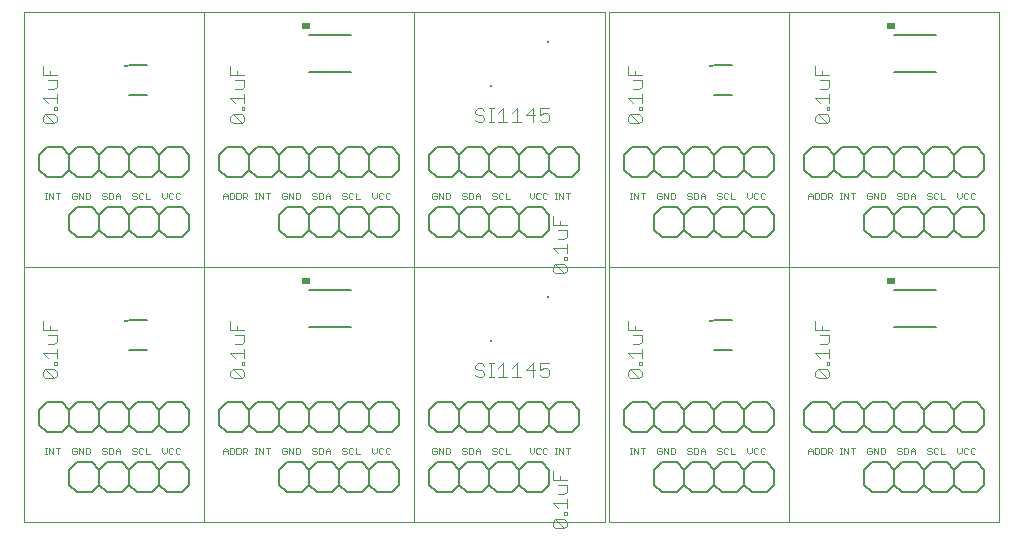
<source format=gto>
G75*
%MOIN*%
%OFA0B0*%
%FSLAX24Y24*%
%IPPOS*%
%LPD*%
%AMOC8*
5,1,8,0,0,1.08239X$1,22.5*
%
%ADD10C,0.0000*%
%ADD11C,0.0020*%
%ADD12C,0.0040*%
%ADD13R,0.0077X0.0077*%
%ADD14C,0.0060*%
%ADD15R,0.0150X0.0100*%
%ADD16C,0.0050*%
%ADD17R,0.0250X0.0200*%
%ADD18R,0.0079X0.0079*%
D10*
X000100Y000248D02*
X000100Y008744D01*
X000100Y008748D02*
X000100Y017244D01*
X000100Y017248D02*
X006100Y017248D01*
X013100Y017248D01*
X019470Y017248D01*
X019470Y017244D02*
X019470Y008748D01*
X013100Y008748D01*
X013100Y017248D01*
X019600Y017248D02*
X025600Y017248D01*
X032600Y017248D01*
X032600Y008748D01*
X025600Y008748D01*
X025600Y017248D01*
X019600Y017244D02*
X019600Y008748D01*
X025600Y008748D01*
X032600Y008748D01*
X032600Y000248D01*
X025600Y000248D01*
X025600Y008748D01*
X019600Y008748D01*
X019600Y008744D02*
X019600Y000248D01*
X025600Y000248D01*
X019470Y000248D02*
X019470Y008744D01*
X019470Y008748D02*
X013100Y008748D01*
X006100Y008748D01*
X006100Y017248D01*
X006100Y008748D02*
X000100Y008748D01*
X006100Y008748D01*
X013100Y008748D01*
X013100Y000248D01*
X019470Y000248D01*
X013100Y000248D02*
X006100Y000248D01*
X006100Y008748D01*
X006100Y000248D02*
X000100Y000248D01*
D11*
X000771Y002518D02*
X000844Y002518D01*
X000807Y002518D02*
X000807Y002738D01*
X000771Y002738D02*
X000844Y002738D01*
X000918Y002738D02*
X001065Y002518D01*
X001065Y002738D01*
X001139Y002738D02*
X001286Y002738D01*
X001212Y002738D02*
X001212Y002518D01*
X000918Y002518D02*
X000918Y002738D01*
X001697Y002701D02*
X001697Y002554D01*
X001734Y002518D01*
X001807Y002518D01*
X001844Y002554D01*
X001844Y002628D01*
X001770Y002628D01*
X001697Y002701D02*
X001734Y002738D01*
X001807Y002738D01*
X001844Y002701D01*
X001918Y002738D02*
X002065Y002518D01*
X002065Y002738D01*
X002139Y002738D02*
X002249Y002738D01*
X002286Y002701D01*
X002286Y002554D01*
X002249Y002518D01*
X002139Y002518D01*
X002139Y002738D01*
X001918Y002738D02*
X001918Y002518D01*
X002697Y002554D02*
X002734Y002518D01*
X002807Y002518D01*
X002844Y002554D01*
X002844Y002591D01*
X002807Y002628D01*
X002734Y002628D01*
X002697Y002664D01*
X002697Y002701D01*
X002734Y002738D01*
X002807Y002738D01*
X002844Y002701D01*
X002918Y002738D02*
X003028Y002738D01*
X003065Y002701D01*
X003065Y002554D01*
X003028Y002518D01*
X002918Y002518D01*
X002918Y002738D01*
X003139Y002664D02*
X003139Y002518D01*
X003139Y002628D02*
X003286Y002628D01*
X003286Y002664D02*
X003286Y002518D01*
X003286Y002664D02*
X003212Y002738D01*
X003139Y002664D01*
X003697Y002664D02*
X003734Y002628D01*
X003807Y002628D01*
X003844Y002591D01*
X003844Y002554D01*
X003807Y002518D01*
X003734Y002518D01*
X003697Y002554D01*
X003697Y002664D02*
X003697Y002701D01*
X003734Y002738D01*
X003807Y002738D01*
X003844Y002701D01*
X003918Y002701D02*
X003918Y002554D01*
X003955Y002518D01*
X004028Y002518D01*
X004065Y002554D01*
X004139Y002518D02*
X004286Y002518D01*
X004139Y002518D02*
X004139Y002738D01*
X004065Y002701D02*
X004028Y002738D01*
X003955Y002738D01*
X003918Y002701D01*
X004697Y002738D02*
X004697Y002591D01*
X004770Y002518D01*
X004844Y002591D01*
X004844Y002738D01*
X004918Y002701D02*
X004918Y002554D01*
X004955Y002518D01*
X005028Y002518D01*
X005065Y002554D01*
X005139Y002554D02*
X005176Y002518D01*
X005249Y002518D01*
X005286Y002554D01*
X005139Y002554D02*
X005139Y002701D01*
X005176Y002738D01*
X005249Y002738D01*
X005286Y002701D01*
X005065Y002701D02*
X005028Y002738D01*
X004955Y002738D01*
X004918Y002701D01*
X006726Y002664D02*
X006726Y002518D01*
X006726Y002628D02*
X006873Y002628D01*
X006873Y002664D02*
X006873Y002518D01*
X006947Y002518D02*
X007057Y002518D01*
X007094Y002554D01*
X007094Y002701D01*
X007057Y002738D01*
X006947Y002738D01*
X006947Y002518D01*
X006873Y002664D02*
X006799Y002738D01*
X006726Y002664D01*
X007168Y002738D02*
X007168Y002518D01*
X007278Y002518D01*
X007315Y002554D01*
X007315Y002701D01*
X007278Y002738D01*
X007168Y002738D01*
X007389Y002738D02*
X007389Y002518D01*
X007389Y002591D02*
X007499Y002591D01*
X007536Y002628D01*
X007536Y002701D01*
X007499Y002738D01*
X007389Y002738D01*
X007462Y002591D02*
X007536Y002518D01*
X007771Y002518D02*
X007844Y002518D01*
X007807Y002518D02*
X007807Y002738D01*
X007771Y002738D02*
X007844Y002738D01*
X007918Y002738D02*
X008065Y002518D01*
X008065Y002738D01*
X008139Y002738D02*
X008286Y002738D01*
X008212Y002738D02*
X008212Y002518D01*
X007918Y002518D02*
X007918Y002738D01*
X008697Y002701D02*
X008697Y002554D01*
X008734Y002518D01*
X008807Y002518D01*
X008844Y002554D01*
X008844Y002628D01*
X008770Y002628D01*
X008697Y002701D02*
X008734Y002738D01*
X008807Y002738D01*
X008844Y002701D01*
X008918Y002738D02*
X009065Y002518D01*
X009065Y002738D01*
X009139Y002738D02*
X009249Y002738D01*
X009286Y002701D01*
X009286Y002554D01*
X009249Y002518D01*
X009139Y002518D01*
X009139Y002738D01*
X008918Y002738D02*
X008918Y002518D01*
X009697Y002554D02*
X009734Y002518D01*
X009807Y002518D01*
X009844Y002554D01*
X009844Y002591D01*
X009807Y002628D01*
X009734Y002628D01*
X009697Y002664D01*
X009697Y002701D01*
X009734Y002738D01*
X009807Y002738D01*
X009844Y002701D01*
X009918Y002738D02*
X010028Y002738D01*
X010065Y002701D01*
X010065Y002554D01*
X010028Y002518D01*
X009918Y002518D01*
X009918Y002738D01*
X010139Y002664D02*
X010139Y002518D01*
X010139Y002628D02*
X010286Y002628D01*
X010286Y002664D02*
X010286Y002518D01*
X010286Y002664D02*
X010212Y002738D01*
X010139Y002664D01*
X010697Y002664D02*
X010734Y002628D01*
X010807Y002628D01*
X010844Y002591D01*
X010844Y002554D01*
X010807Y002518D01*
X010734Y002518D01*
X010697Y002554D01*
X010697Y002664D02*
X010697Y002701D01*
X010734Y002738D01*
X010807Y002738D01*
X010844Y002701D01*
X010918Y002701D02*
X010918Y002554D01*
X010955Y002518D01*
X011028Y002518D01*
X011065Y002554D01*
X011139Y002518D02*
X011139Y002738D01*
X011065Y002701D02*
X011028Y002738D01*
X010955Y002738D01*
X010918Y002701D01*
X011139Y002518D02*
X011286Y002518D01*
X011697Y002591D02*
X011697Y002738D01*
X011844Y002738D02*
X011844Y002591D01*
X011770Y002518D01*
X011697Y002591D01*
X011918Y002554D02*
X011918Y002701D01*
X011955Y002738D01*
X012028Y002738D01*
X012065Y002701D01*
X012139Y002701D02*
X012139Y002554D01*
X012176Y002518D01*
X012249Y002518D01*
X012286Y002554D01*
X012286Y002701D02*
X012249Y002738D01*
X012176Y002738D01*
X012139Y002701D01*
X012065Y002554D02*
X012028Y002518D01*
X011955Y002518D01*
X011918Y002554D01*
X013697Y002554D02*
X013734Y002518D01*
X013807Y002518D01*
X013844Y002554D01*
X013844Y002628D01*
X013770Y002628D01*
X013697Y002701D02*
X013697Y002554D01*
X013697Y002701D02*
X013734Y002738D01*
X013807Y002738D01*
X013844Y002701D01*
X013918Y002738D02*
X014065Y002518D01*
X014065Y002738D01*
X014139Y002738D02*
X014249Y002738D01*
X014286Y002701D01*
X014286Y002554D01*
X014249Y002518D01*
X014139Y002518D01*
X014139Y002738D01*
X013918Y002738D02*
X013918Y002518D01*
X014697Y002554D02*
X014734Y002518D01*
X014807Y002518D01*
X014844Y002554D01*
X014844Y002591D01*
X014807Y002628D01*
X014734Y002628D01*
X014697Y002664D01*
X014697Y002701D01*
X014734Y002738D01*
X014807Y002738D01*
X014844Y002701D01*
X014918Y002738D02*
X015028Y002738D01*
X015065Y002701D01*
X015065Y002554D01*
X015028Y002518D01*
X014918Y002518D01*
X014918Y002738D01*
X015139Y002664D02*
X015139Y002518D01*
X015139Y002628D02*
X015286Y002628D01*
X015286Y002664D02*
X015286Y002518D01*
X015286Y002664D02*
X015212Y002738D01*
X015139Y002664D01*
X015697Y002664D02*
X015734Y002628D01*
X015807Y002628D01*
X015844Y002591D01*
X015844Y002554D01*
X015807Y002518D01*
X015734Y002518D01*
X015697Y002554D01*
X015697Y002664D02*
X015697Y002701D01*
X015734Y002738D01*
X015807Y002738D01*
X015844Y002701D01*
X015918Y002701D02*
X015918Y002554D01*
X015955Y002518D01*
X016028Y002518D01*
X016065Y002554D01*
X016139Y002518D02*
X016286Y002518D01*
X016139Y002518D02*
X016139Y002738D01*
X016065Y002701D02*
X016028Y002738D01*
X015955Y002738D01*
X015918Y002701D01*
X016947Y002738D02*
X016947Y002591D01*
X017020Y002518D01*
X017094Y002591D01*
X017094Y002738D01*
X017168Y002701D02*
X017168Y002554D01*
X017205Y002518D01*
X017278Y002518D01*
X017315Y002554D01*
X017389Y002554D02*
X017389Y002701D01*
X017426Y002738D01*
X017499Y002738D01*
X017536Y002701D01*
X017536Y002554D02*
X017499Y002518D01*
X017426Y002518D01*
X017389Y002554D01*
X017315Y002701D02*
X017278Y002738D01*
X017205Y002738D01*
X017168Y002701D01*
X017771Y002738D02*
X017844Y002738D01*
X017807Y002738D02*
X017807Y002518D01*
X017771Y002518D02*
X017844Y002518D01*
X017918Y002518D02*
X017918Y002738D01*
X018065Y002518D01*
X018065Y002738D01*
X018139Y002738D02*
X018286Y002738D01*
X018212Y002738D02*
X018212Y002518D01*
X020271Y002518D02*
X020344Y002518D01*
X020307Y002518D02*
X020307Y002738D01*
X020271Y002738D02*
X020344Y002738D01*
X020418Y002738D02*
X020565Y002518D01*
X020565Y002738D01*
X020639Y002738D02*
X020786Y002738D01*
X020712Y002738D02*
X020712Y002518D01*
X020418Y002518D02*
X020418Y002738D01*
X021197Y002701D02*
X021197Y002554D01*
X021234Y002518D01*
X021307Y002518D01*
X021344Y002554D01*
X021344Y002628D01*
X021270Y002628D01*
X021197Y002701D02*
X021234Y002738D01*
X021307Y002738D01*
X021344Y002701D01*
X021418Y002738D02*
X021565Y002518D01*
X021565Y002738D01*
X021639Y002738D02*
X021639Y002518D01*
X021749Y002518D01*
X021786Y002554D01*
X021786Y002701D01*
X021749Y002738D01*
X021639Y002738D01*
X021418Y002738D02*
X021418Y002518D01*
X022197Y002554D02*
X022234Y002518D01*
X022307Y002518D01*
X022344Y002554D01*
X022344Y002591D01*
X022307Y002628D01*
X022234Y002628D01*
X022197Y002664D01*
X022197Y002701D01*
X022234Y002738D01*
X022307Y002738D01*
X022344Y002701D01*
X022418Y002738D02*
X022528Y002738D01*
X022565Y002701D01*
X022565Y002554D01*
X022528Y002518D01*
X022418Y002518D01*
X022418Y002738D01*
X022639Y002664D02*
X022639Y002518D01*
X022639Y002628D02*
X022786Y002628D01*
X022786Y002664D02*
X022786Y002518D01*
X022786Y002664D02*
X022712Y002738D01*
X022639Y002664D01*
X023197Y002664D02*
X023234Y002628D01*
X023307Y002628D01*
X023344Y002591D01*
X023344Y002554D01*
X023307Y002518D01*
X023234Y002518D01*
X023197Y002554D01*
X023197Y002664D02*
X023197Y002701D01*
X023234Y002738D01*
X023307Y002738D01*
X023344Y002701D01*
X023418Y002701D02*
X023418Y002554D01*
X023455Y002518D01*
X023528Y002518D01*
X023565Y002554D01*
X023639Y002518D02*
X023786Y002518D01*
X023639Y002518D02*
X023639Y002738D01*
X023565Y002701D02*
X023528Y002738D01*
X023455Y002738D01*
X023418Y002701D01*
X024197Y002738D02*
X024197Y002591D01*
X024270Y002518D01*
X024344Y002591D01*
X024344Y002738D01*
X024418Y002701D02*
X024418Y002554D01*
X024455Y002518D01*
X024528Y002518D01*
X024565Y002554D01*
X024639Y002554D02*
X024676Y002518D01*
X024749Y002518D01*
X024786Y002554D01*
X024639Y002554D02*
X024639Y002701D01*
X024676Y002738D01*
X024749Y002738D01*
X024786Y002701D01*
X024565Y002701D02*
X024528Y002738D01*
X024455Y002738D01*
X024418Y002701D01*
X026226Y002664D02*
X026226Y002518D01*
X026226Y002628D02*
X026373Y002628D01*
X026373Y002664D02*
X026373Y002518D01*
X026447Y002518D02*
X026557Y002518D01*
X026594Y002554D01*
X026594Y002701D01*
X026557Y002738D01*
X026447Y002738D01*
X026447Y002518D01*
X026373Y002664D02*
X026299Y002738D01*
X026226Y002664D01*
X026668Y002738D02*
X026668Y002518D01*
X026778Y002518D01*
X026815Y002554D01*
X026815Y002701D01*
X026778Y002738D01*
X026668Y002738D01*
X026889Y002738D02*
X026889Y002518D01*
X026889Y002591D02*
X026999Y002591D01*
X027036Y002628D01*
X027036Y002701D01*
X026999Y002738D01*
X026889Y002738D01*
X026962Y002591D02*
X027036Y002518D01*
X027271Y002518D02*
X027344Y002518D01*
X027307Y002518D02*
X027307Y002738D01*
X027271Y002738D02*
X027344Y002738D01*
X027418Y002738D02*
X027565Y002518D01*
X027565Y002738D01*
X027639Y002738D02*
X027786Y002738D01*
X027712Y002738D02*
X027712Y002518D01*
X027418Y002518D02*
X027418Y002738D01*
X028197Y002701D02*
X028197Y002554D01*
X028234Y002518D01*
X028307Y002518D01*
X028344Y002554D01*
X028344Y002628D01*
X028270Y002628D01*
X028197Y002701D02*
X028234Y002738D01*
X028307Y002738D01*
X028344Y002701D01*
X028418Y002738D02*
X028565Y002518D01*
X028565Y002738D01*
X028639Y002738D02*
X028749Y002738D01*
X028786Y002701D01*
X028786Y002554D01*
X028749Y002518D01*
X028639Y002518D01*
X028639Y002738D01*
X028418Y002738D02*
X028418Y002518D01*
X029197Y002554D02*
X029234Y002518D01*
X029307Y002518D01*
X029344Y002554D01*
X029344Y002591D01*
X029307Y002628D01*
X029234Y002628D01*
X029197Y002664D01*
X029197Y002701D01*
X029234Y002738D01*
X029307Y002738D01*
X029344Y002701D01*
X029418Y002738D02*
X029528Y002738D01*
X029565Y002701D01*
X029565Y002554D01*
X029528Y002518D01*
X029418Y002518D01*
X029418Y002738D01*
X029639Y002664D02*
X029639Y002518D01*
X029639Y002628D02*
X029786Y002628D01*
X029786Y002664D02*
X029786Y002518D01*
X029786Y002664D02*
X029712Y002738D01*
X029639Y002664D01*
X030197Y002664D02*
X030234Y002628D01*
X030307Y002628D01*
X030344Y002591D01*
X030344Y002554D01*
X030307Y002518D01*
X030234Y002518D01*
X030197Y002554D01*
X030197Y002664D02*
X030197Y002701D01*
X030234Y002738D01*
X030307Y002738D01*
X030344Y002701D01*
X030418Y002701D02*
X030418Y002554D01*
X030455Y002518D01*
X030528Y002518D01*
X030565Y002554D01*
X030639Y002518D02*
X030786Y002518D01*
X030639Y002518D02*
X030639Y002738D01*
X030565Y002701D02*
X030528Y002738D01*
X030455Y002738D01*
X030418Y002701D01*
X031197Y002738D02*
X031197Y002591D01*
X031270Y002518D01*
X031344Y002591D01*
X031344Y002738D01*
X031418Y002701D02*
X031418Y002554D01*
X031455Y002518D01*
X031528Y002518D01*
X031565Y002554D01*
X031639Y002554D02*
X031676Y002518D01*
X031749Y002518D01*
X031786Y002554D01*
X031639Y002554D02*
X031639Y002701D01*
X031676Y002738D01*
X031749Y002738D01*
X031786Y002701D01*
X031565Y002701D02*
X031528Y002738D01*
X031455Y002738D01*
X031418Y002701D01*
X031455Y011018D02*
X031528Y011018D01*
X031565Y011054D01*
X031639Y011054D02*
X031676Y011018D01*
X031749Y011018D01*
X031786Y011054D01*
X031639Y011054D02*
X031639Y011201D01*
X031676Y011238D01*
X031749Y011238D01*
X031786Y011201D01*
X031565Y011201D02*
X031528Y011238D01*
X031455Y011238D01*
X031418Y011201D01*
X031418Y011054D01*
X031455Y011018D01*
X031344Y011091D02*
X031344Y011238D01*
X031197Y011238D02*
X031197Y011091D01*
X031270Y011018D01*
X031344Y011091D01*
X030786Y011018D02*
X030639Y011018D01*
X030639Y011238D01*
X030565Y011201D02*
X030528Y011238D01*
X030455Y011238D01*
X030418Y011201D01*
X030418Y011054D01*
X030455Y011018D01*
X030528Y011018D01*
X030565Y011054D01*
X030344Y011054D02*
X030307Y011018D01*
X030234Y011018D01*
X030197Y011054D01*
X030234Y011128D02*
X030307Y011128D01*
X030344Y011091D01*
X030344Y011054D01*
X030234Y011128D02*
X030197Y011164D01*
X030197Y011201D01*
X030234Y011238D01*
X030307Y011238D01*
X030344Y011201D01*
X029786Y011164D02*
X029786Y011018D01*
X029786Y011128D02*
X029639Y011128D01*
X029639Y011164D02*
X029712Y011238D01*
X029786Y011164D01*
X029639Y011164D02*
X029639Y011018D01*
X029565Y011054D02*
X029565Y011201D01*
X029528Y011238D01*
X029418Y011238D01*
X029418Y011018D01*
X029528Y011018D01*
X029565Y011054D01*
X029344Y011054D02*
X029307Y011018D01*
X029234Y011018D01*
X029197Y011054D01*
X029234Y011128D02*
X029307Y011128D01*
X029344Y011091D01*
X029344Y011054D01*
X029234Y011128D02*
X029197Y011164D01*
X029197Y011201D01*
X029234Y011238D01*
X029307Y011238D01*
X029344Y011201D01*
X028786Y011201D02*
X028786Y011054D01*
X028749Y011018D01*
X028639Y011018D01*
X028639Y011238D01*
X028749Y011238D01*
X028786Y011201D01*
X028565Y011238D02*
X028565Y011018D01*
X028418Y011238D01*
X028418Y011018D01*
X028344Y011054D02*
X028344Y011128D01*
X028270Y011128D01*
X028197Y011201D02*
X028197Y011054D01*
X028234Y011018D01*
X028307Y011018D01*
X028344Y011054D01*
X028344Y011201D02*
X028307Y011238D01*
X028234Y011238D01*
X028197Y011201D01*
X027786Y011238D02*
X027639Y011238D01*
X027712Y011238D02*
X027712Y011018D01*
X027565Y011018D02*
X027565Y011238D01*
X027418Y011238D02*
X027418Y011018D01*
X027344Y011018D02*
X027271Y011018D01*
X027307Y011018D02*
X027307Y011238D01*
X027271Y011238D02*
X027344Y011238D01*
X027418Y011238D02*
X027565Y011018D01*
X027036Y011018D02*
X026962Y011091D01*
X026999Y011091D02*
X026889Y011091D01*
X026889Y011018D02*
X026889Y011238D01*
X026999Y011238D01*
X027036Y011201D01*
X027036Y011128D01*
X026999Y011091D01*
X026815Y011054D02*
X026815Y011201D01*
X026778Y011238D01*
X026668Y011238D01*
X026668Y011018D01*
X026778Y011018D01*
X026815Y011054D01*
X026594Y011054D02*
X026594Y011201D01*
X026557Y011238D01*
X026447Y011238D01*
X026447Y011018D01*
X026557Y011018D01*
X026594Y011054D01*
X026373Y011018D02*
X026373Y011164D01*
X026299Y011238D01*
X026226Y011164D01*
X026226Y011018D01*
X026226Y011128D02*
X026373Y011128D01*
X024786Y011201D02*
X024749Y011238D01*
X024676Y011238D01*
X024639Y011201D01*
X024639Y011054D01*
X024676Y011018D01*
X024749Y011018D01*
X024786Y011054D01*
X024565Y011054D02*
X024528Y011018D01*
X024455Y011018D01*
X024418Y011054D01*
X024418Y011201D01*
X024455Y011238D01*
X024528Y011238D01*
X024565Y011201D01*
X024344Y011238D02*
X024344Y011091D01*
X024270Y011018D01*
X024197Y011091D01*
X024197Y011238D01*
X023786Y011018D02*
X023639Y011018D01*
X023639Y011238D01*
X023565Y011201D02*
X023528Y011238D01*
X023455Y011238D01*
X023418Y011201D01*
X023418Y011054D01*
X023455Y011018D01*
X023528Y011018D01*
X023565Y011054D01*
X023344Y011054D02*
X023307Y011018D01*
X023234Y011018D01*
X023197Y011054D01*
X023234Y011128D02*
X023197Y011164D01*
X023197Y011201D01*
X023234Y011238D01*
X023307Y011238D01*
X023344Y011201D01*
X023307Y011128D02*
X023344Y011091D01*
X023344Y011054D01*
X023307Y011128D02*
X023234Y011128D01*
X022786Y011128D02*
X022639Y011128D01*
X022639Y011164D02*
X022712Y011238D01*
X022786Y011164D01*
X022786Y011018D01*
X022639Y011018D02*
X022639Y011164D01*
X022565Y011201D02*
X022528Y011238D01*
X022418Y011238D01*
X022418Y011018D01*
X022528Y011018D01*
X022565Y011054D01*
X022565Y011201D01*
X022344Y011201D02*
X022307Y011238D01*
X022234Y011238D01*
X022197Y011201D01*
X022197Y011164D01*
X022234Y011128D01*
X022307Y011128D01*
X022344Y011091D01*
X022344Y011054D01*
X022307Y011018D01*
X022234Y011018D01*
X022197Y011054D01*
X021786Y011054D02*
X021786Y011201D01*
X021749Y011238D01*
X021639Y011238D01*
X021639Y011018D01*
X021749Y011018D01*
X021786Y011054D01*
X021565Y011018D02*
X021565Y011238D01*
X021418Y011238D02*
X021565Y011018D01*
X021418Y011018D02*
X021418Y011238D01*
X021344Y011201D02*
X021307Y011238D01*
X021234Y011238D01*
X021197Y011201D01*
X021197Y011054D01*
X021234Y011018D01*
X021307Y011018D01*
X021344Y011054D01*
X021344Y011128D01*
X021270Y011128D01*
X020786Y011238D02*
X020639Y011238D01*
X020712Y011238D02*
X020712Y011018D01*
X020565Y011018D02*
X020565Y011238D01*
X020418Y011238D02*
X020565Y011018D01*
X020418Y011018D02*
X020418Y011238D01*
X020344Y011238D02*
X020271Y011238D01*
X020307Y011238D02*
X020307Y011018D01*
X020271Y011018D02*
X020344Y011018D01*
X018286Y011238D02*
X018139Y011238D01*
X018212Y011238D02*
X018212Y011018D01*
X018065Y011018D02*
X018065Y011238D01*
X017918Y011238D02*
X017918Y011018D01*
X017844Y011018D02*
X017771Y011018D01*
X017807Y011018D02*
X017807Y011238D01*
X017771Y011238D02*
X017844Y011238D01*
X017918Y011238D02*
X018065Y011018D01*
X017536Y011054D02*
X017499Y011018D01*
X017426Y011018D01*
X017389Y011054D01*
X017389Y011201D01*
X017426Y011238D01*
X017499Y011238D01*
X017536Y011201D01*
X017315Y011201D02*
X017278Y011238D01*
X017205Y011238D01*
X017168Y011201D01*
X017168Y011054D01*
X017205Y011018D01*
X017278Y011018D01*
X017315Y011054D01*
X017094Y011091D02*
X017094Y011238D01*
X016947Y011238D02*
X016947Y011091D01*
X017020Y011018D01*
X017094Y011091D01*
X016286Y011018D02*
X016139Y011018D01*
X016139Y011238D01*
X016065Y011201D02*
X016028Y011238D01*
X015955Y011238D01*
X015918Y011201D01*
X015918Y011054D01*
X015955Y011018D01*
X016028Y011018D01*
X016065Y011054D01*
X015844Y011054D02*
X015807Y011018D01*
X015734Y011018D01*
X015697Y011054D01*
X015734Y011128D02*
X015807Y011128D01*
X015844Y011091D01*
X015844Y011054D01*
X015734Y011128D02*
X015697Y011164D01*
X015697Y011201D01*
X015734Y011238D01*
X015807Y011238D01*
X015844Y011201D01*
X015286Y011164D02*
X015286Y011018D01*
X015286Y011128D02*
X015139Y011128D01*
X015139Y011164D02*
X015212Y011238D01*
X015286Y011164D01*
X015139Y011164D02*
X015139Y011018D01*
X015065Y011054D02*
X015065Y011201D01*
X015028Y011238D01*
X014918Y011238D01*
X014918Y011018D01*
X015028Y011018D01*
X015065Y011054D01*
X014844Y011054D02*
X014807Y011018D01*
X014734Y011018D01*
X014697Y011054D01*
X014734Y011128D02*
X014697Y011164D01*
X014697Y011201D01*
X014734Y011238D01*
X014807Y011238D01*
X014844Y011201D01*
X014807Y011128D02*
X014844Y011091D01*
X014844Y011054D01*
X014807Y011128D02*
X014734Y011128D01*
X014286Y011201D02*
X014286Y011054D01*
X014249Y011018D01*
X014139Y011018D01*
X014139Y011238D01*
X014249Y011238D01*
X014286Y011201D01*
X014065Y011238D02*
X014065Y011018D01*
X013918Y011238D01*
X013918Y011018D01*
X013844Y011054D02*
X013844Y011128D01*
X013770Y011128D01*
X013697Y011201D02*
X013697Y011054D01*
X013734Y011018D01*
X013807Y011018D01*
X013844Y011054D01*
X013844Y011201D02*
X013807Y011238D01*
X013734Y011238D01*
X013697Y011201D01*
X012286Y011201D02*
X012249Y011238D01*
X012176Y011238D01*
X012139Y011201D01*
X012139Y011054D01*
X012176Y011018D01*
X012249Y011018D01*
X012286Y011054D01*
X012065Y011054D02*
X012028Y011018D01*
X011955Y011018D01*
X011918Y011054D01*
X011918Y011201D01*
X011955Y011238D01*
X012028Y011238D01*
X012065Y011201D01*
X011844Y011238D02*
X011844Y011091D01*
X011770Y011018D01*
X011697Y011091D01*
X011697Y011238D01*
X011286Y011018D02*
X011139Y011018D01*
X011139Y011238D01*
X011065Y011201D02*
X011028Y011238D01*
X010955Y011238D01*
X010918Y011201D01*
X010918Y011054D01*
X010955Y011018D01*
X011028Y011018D01*
X011065Y011054D01*
X010844Y011054D02*
X010807Y011018D01*
X010734Y011018D01*
X010697Y011054D01*
X010734Y011128D02*
X010807Y011128D01*
X010844Y011091D01*
X010844Y011054D01*
X010734Y011128D02*
X010697Y011164D01*
X010697Y011201D01*
X010734Y011238D01*
X010807Y011238D01*
X010844Y011201D01*
X010286Y011164D02*
X010286Y011018D01*
X010286Y011128D02*
X010139Y011128D01*
X010139Y011164D02*
X010212Y011238D01*
X010286Y011164D01*
X010139Y011164D02*
X010139Y011018D01*
X010065Y011054D02*
X010065Y011201D01*
X010028Y011238D01*
X009918Y011238D01*
X009918Y011018D01*
X010028Y011018D01*
X010065Y011054D01*
X009844Y011054D02*
X009807Y011018D01*
X009734Y011018D01*
X009697Y011054D01*
X009734Y011128D02*
X009807Y011128D01*
X009844Y011091D01*
X009844Y011054D01*
X009734Y011128D02*
X009697Y011164D01*
X009697Y011201D01*
X009734Y011238D01*
X009807Y011238D01*
X009844Y011201D01*
X009286Y011201D02*
X009286Y011054D01*
X009249Y011018D01*
X009139Y011018D01*
X009139Y011238D01*
X009249Y011238D01*
X009286Y011201D01*
X009065Y011238D02*
X009065Y011018D01*
X008918Y011238D01*
X008918Y011018D01*
X008844Y011054D02*
X008844Y011128D01*
X008770Y011128D01*
X008697Y011201D02*
X008697Y011054D01*
X008734Y011018D01*
X008807Y011018D01*
X008844Y011054D01*
X008844Y011201D02*
X008807Y011238D01*
X008734Y011238D01*
X008697Y011201D01*
X008286Y011238D02*
X008139Y011238D01*
X008212Y011238D02*
X008212Y011018D01*
X008065Y011018D02*
X008065Y011238D01*
X007918Y011238D02*
X008065Y011018D01*
X007918Y011018D02*
X007918Y011238D01*
X007844Y011238D02*
X007771Y011238D01*
X007807Y011238D02*
X007807Y011018D01*
X007771Y011018D02*
X007844Y011018D01*
X007536Y011018D02*
X007462Y011091D01*
X007499Y011091D02*
X007389Y011091D01*
X007389Y011018D02*
X007389Y011238D01*
X007499Y011238D01*
X007536Y011201D01*
X007536Y011128D01*
X007499Y011091D01*
X007315Y011054D02*
X007315Y011201D01*
X007278Y011238D01*
X007168Y011238D01*
X007168Y011018D01*
X007278Y011018D01*
X007315Y011054D01*
X007094Y011054D02*
X007094Y011201D01*
X007057Y011238D01*
X006947Y011238D01*
X006947Y011018D01*
X007057Y011018D01*
X007094Y011054D01*
X006873Y011018D02*
X006873Y011164D01*
X006799Y011238D01*
X006726Y011164D01*
X006726Y011018D01*
X006726Y011128D02*
X006873Y011128D01*
X005286Y011201D02*
X005249Y011238D01*
X005176Y011238D01*
X005139Y011201D01*
X005139Y011054D01*
X005176Y011018D01*
X005249Y011018D01*
X005286Y011054D01*
X005065Y011054D02*
X005028Y011018D01*
X004955Y011018D01*
X004918Y011054D01*
X004918Y011201D01*
X004955Y011238D01*
X005028Y011238D01*
X005065Y011201D01*
X004844Y011238D02*
X004844Y011091D01*
X004770Y011018D01*
X004697Y011091D01*
X004697Y011238D01*
X004286Y011018D02*
X004139Y011018D01*
X004139Y011238D01*
X004065Y011201D02*
X004028Y011238D01*
X003955Y011238D01*
X003918Y011201D01*
X003918Y011054D01*
X003955Y011018D01*
X004028Y011018D01*
X004065Y011054D01*
X003844Y011054D02*
X003807Y011018D01*
X003734Y011018D01*
X003697Y011054D01*
X003734Y011128D02*
X003807Y011128D01*
X003844Y011091D01*
X003844Y011054D01*
X003734Y011128D02*
X003697Y011164D01*
X003697Y011201D01*
X003734Y011238D01*
X003807Y011238D01*
X003844Y011201D01*
X003286Y011164D02*
X003286Y011018D01*
X003286Y011128D02*
X003139Y011128D01*
X003139Y011164D02*
X003212Y011238D01*
X003286Y011164D01*
X003139Y011164D02*
X003139Y011018D01*
X003065Y011054D02*
X003065Y011201D01*
X003028Y011238D01*
X002918Y011238D01*
X002918Y011018D01*
X003028Y011018D01*
X003065Y011054D01*
X002844Y011054D02*
X002807Y011018D01*
X002734Y011018D01*
X002697Y011054D01*
X002734Y011128D02*
X002807Y011128D01*
X002844Y011091D01*
X002844Y011054D01*
X002734Y011128D02*
X002697Y011164D01*
X002697Y011201D01*
X002734Y011238D01*
X002807Y011238D01*
X002844Y011201D01*
X002286Y011201D02*
X002286Y011054D01*
X002249Y011018D01*
X002139Y011018D01*
X002139Y011238D01*
X002249Y011238D01*
X002286Y011201D01*
X002065Y011238D02*
X002065Y011018D01*
X001918Y011238D01*
X001918Y011018D01*
X001844Y011054D02*
X001844Y011128D01*
X001770Y011128D01*
X001697Y011201D02*
X001697Y011054D01*
X001734Y011018D01*
X001807Y011018D01*
X001844Y011054D01*
X001844Y011201D02*
X001807Y011238D01*
X001734Y011238D01*
X001697Y011201D01*
X001286Y011238D02*
X001139Y011238D01*
X001212Y011238D02*
X001212Y011018D01*
X001065Y011018D02*
X001065Y011238D01*
X000918Y011238D02*
X000918Y011018D01*
X000844Y011018D02*
X000771Y011018D01*
X000807Y011018D02*
X000807Y011238D01*
X000771Y011238D02*
X000844Y011238D01*
X000918Y011238D02*
X001065Y011018D01*
D12*
X001103Y013546D02*
X000796Y013546D01*
X000720Y013622D01*
X000720Y013776D01*
X000796Y013853D01*
X001103Y013546D01*
X001180Y013622D01*
X001180Y013776D01*
X001103Y013853D01*
X000796Y013853D01*
X001103Y014006D02*
X001103Y014083D01*
X001180Y014083D01*
X001180Y014006D01*
X001103Y014006D01*
X001180Y014236D02*
X001180Y014543D01*
X001180Y014390D02*
X000720Y014390D01*
X000873Y014236D01*
X000873Y014697D02*
X001103Y014697D01*
X001180Y014773D01*
X001180Y015004D01*
X000873Y015004D01*
X000950Y015157D02*
X000950Y015311D01*
X000720Y015157D02*
X000720Y015464D01*
X000720Y015157D02*
X001180Y015157D01*
X006970Y015157D02*
X006970Y015464D01*
X007200Y015311D02*
X007200Y015157D01*
X007123Y015004D02*
X007430Y015004D01*
X007430Y014773D01*
X007353Y014697D01*
X007123Y014697D01*
X007430Y014543D02*
X007430Y014236D01*
X007430Y014083D02*
X007430Y014006D01*
X007353Y014006D01*
X007353Y014083D01*
X007430Y014083D01*
X007430Y014390D02*
X006970Y014390D01*
X007123Y014236D01*
X007046Y013853D02*
X007353Y013546D01*
X007430Y013622D01*
X007430Y013776D01*
X007353Y013853D01*
X007046Y013853D01*
X006970Y013776D01*
X006970Y013622D01*
X007046Y013546D01*
X007353Y013546D01*
X007430Y015157D02*
X006970Y015157D01*
X015128Y013970D02*
X015128Y013893D01*
X015205Y013817D01*
X015358Y013817D01*
X015435Y013740D01*
X015435Y013663D01*
X015358Y013586D01*
X015205Y013586D01*
X015128Y013663D01*
X015588Y013586D02*
X015742Y013586D01*
X015665Y013586D02*
X015665Y014047D01*
X015588Y014047D02*
X015742Y014047D01*
X015895Y013893D02*
X016049Y014047D01*
X016049Y013586D01*
X016202Y013586D02*
X015895Y013586D01*
X016356Y013586D02*
X016663Y013586D01*
X016509Y013586D02*
X016509Y014047D01*
X016356Y013893D01*
X016816Y013817D02*
X017123Y013817D01*
X017276Y013817D02*
X017430Y013893D01*
X017507Y013893D01*
X017583Y013817D01*
X017583Y013663D01*
X017507Y013586D01*
X017353Y013586D01*
X017276Y013663D01*
X017276Y013817D02*
X017276Y014047D01*
X017583Y014047D01*
X017046Y014047D02*
X016816Y013817D01*
X017046Y013586D02*
X017046Y014047D01*
X015435Y013970D02*
X015358Y014047D01*
X015205Y014047D01*
X015128Y013970D01*
X020220Y013776D02*
X020220Y013622D01*
X020296Y013546D01*
X020603Y013546D01*
X020296Y013853D01*
X020603Y013853D01*
X020680Y013776D01*
X020680Y013622D01*
X020603Y013546D01*
X020296Y013853D02*
X020220Y013776D01*
X020603Y014006D02*
X020603Y014083D01*
X020680Y014083D01*
X020680Y014006D01*
X020603Y014006D01*
X020680Y014236D02*
X020680Y014543D01*
X020680Y014390D02*
X020220Y014390D01*
X020373Y014236D01*
X020373Y014697D02*
X020603Y014697D01*
X020680Y014773D01*
X020680Y015004D01*
X020373Y015004D01*
X020450Y015157D02*
X020450Y015311D01*
X020220Y015157D02*
X020220Y015464D01*
X020220Y015157D02*
X020680Y015157D01*
X026470Y015157D02*
X026470Y015464D01*
X026700Y015311D02*
X026700Y015157D01*
X026623Y015004D02*
X026930Y015004D01*
X026930Y014773D01*
X026853Y014697D01*
X026623Y014697D01*
X026930Y014543D02*
X026930Y014236D01*
X026930Y014083D02*
X026930Y014006D01*
X026853Y014006D01*
X026853Y014083D01*
X026930Y014083D01*
X026930Y014390D02*
X026470Y014390D01*
X026623Y014236D01*
X026546Y013853D02*
X026470Y013776D01*
X026470Y013622D01*
X026546Y013546D01*
X026853Y013546D01*
X026546Y013853D01*
X026853Y013853D01*
X026930Y013776D01*
X026930Y013622D01*
X026853Y013546D01*
X026930Y015157D02*
X026470Y015157D01*
X017720Y010464D02*
X017720Y010157D01*
X018180Y010157D01*
X018180Y010004D02*
X017873Y010004D01*
X017950Y010157D02*
X017950Y010311D01*
X018180Y010004D02*
X018180Y009773D01*
X018103Y009697D01*
X017873Y009697D01*
X018180Y009543D02*
X018180Y009236D01*
X018180Y009083D02*
X018180Y009006D01*
X018103Y009006D01*
X018103Y009083D01*
X018180Y009083D01*
X018103Y008853D02*
X017796Y008853D01*
X018103Y008546D01*
X018180Y008622D01*
X018180Y008776D01*
X018103Y008853D01*
X017796Y008853D02*
X017720Y008776D01*
X017720Y008622D01*
X017796Y008546D01*
X018103Y008546D01*
X017873Y009236D02*
X017720Y009390D01*
X018180Y009390D01*
X020220Y006964D02*
X020220Y006657D01*
X020680Y006657D01*
X020680Y006504D02*
X020373Y006504D01*
X020450Y006657D02*
X020450Y006811D01*
X020680Y006504D02*
X020680Y006273D01*
X020603Y006197D01*
X020373Y006197D01*
X020680Y006043D02*
X020680Y005736D01*
X020680Y005583D02*
X020680Y005506D01*
X020603Y005506D01*
X020603Y005583D01*
X020680Y005583D01*
X020680Y005890D02*
X020220Y005890D01*
X020373Y005736D01*
X020296Y005353D02*
X020220Y005276D01*
X020220Y005122D01*
X020296Y005046D01*
X020603Y005046D01*
X020296Y005353D01*
X020603Y005353D01*
X020680Y005276D01*
X020680Y005122D01*
X020603Y005046D01*
X017583Y005163D02*
X017507Y005086D01*
X017353Y005086D01*
X017276Y005163D01*
X017276Y005317D02*
X017430Y005393D01*
X017507Y005393D01*
X017583Y005317D01*
X017583Y005163D01*
X017276Y005317D02*
X017276Y005547D01*
X017583Y005547D01*
X017123Y005317D02*
X016816Y005317D01*
X017046Y005547D01*
X017046Y005086D01*
X016663Y005086D02*
X016356Y005086D01*
X016509Y005086D02*
X016509Y005547D01*
X016356Y005393D01*
X016049Y005547D02*
X016049Y005086D01*
X016202Y005086D02*
X015895Y005086D01*
X015742Y005086D02*
X015588Y005086D01*
X015665Y005086D02*
X015665Y005547D01*
X015588Y005547D02*
X015742Y005547D01*
X015895Y005393D02*
X016049Y005547D01*
X015435Y005470D02*
X015358Y005547D01*
X015205Y005547D01*
X015128Y005470D01*
X015128Y005393D01*
X015205Y005317D01*
X015358Y005317D01*
X015435Y005240D01*
X015435Y005163D01*
X015358Y005086D01*
X015205Y005086D01*
X015128Y005163D01*
X017720Y001964D02*
X017720Y001657D01*
X018180Y001657D01*
X018180Y001504D02*
X017873Y001504D01*
X017950Y001657D02*
X017950Y001811D01*
X018180Y001504D02*
X018180Y001273D01*
X018103Y001197D01*
X017873Y001197D01*
X018180Y001043D02*
X018180Y000736D01*
X018180Y000583D02*
X018180Y000506D01*
X018103Y000506D01*
X018103Y000583D01*
X018180Y000583D01*
X018103Y000353D02*
X017796Y000353D01*
X018103Y000046D01*
X018180Y000122D01*
X018180Y000276D01*
X018103Y000353D01*
X017796Y000353D02*
X017720Y000276D01*
X017720Y000122D01*
X017796Y000046D01*
X018103Y000046D01*
X017873Y000736D02*
X017720Y000890D01*
X018180Y000890D01*
X026470Y005122D02*
X026470Y005276D01*
X026546Y005353D01*
X026853Y005046D01*
X026930Y005122D01*
X026930Y005276D01*
X026853Y005353D01*
X026546Y005353D01*
X026470Y005122D02*
X026546Y005046D01*
X026853Y005046D01*
X026853Y005506D02*
X026853Y005583D01*
X026930Y005583D01*
X026930Y005506D01*
X026853Y005506D01*
X026930Y005736D02*
X026930Y006043D01*
X026930Y005890D02*
X026470Y005890D01*
X026623Y005736D01*
X026623Y006197D02*
X026853Y006197D01*
X026930Y006273D01*
X026930Y006504D01*
X026623Y006504D01*
X026700Y006657D02*
X026700Y006811D01*
X026470Y006657D02*
X026470Y006964D01*
X026470Y006657D02*
X026930Y006657D01*
X007430Y006657D02*
X006970Y006657D01*
X006970Y006964D01*
X007200Y006811D02*
X007200Y006657D01*
X007123Y006504D02*
X007430Y006504D01*
X007430Y006273D01*
X007353Y006197D01*
X007123Y006197D01*
X007430Y006043D02*
X007430Y005736D01*
X007430Y005583D02*
X007430Y005506D01*
X007353Y005506D01*
X007353Y005583D01*
X007430Y005583D01*
X007430Y005890D02*
X006970Y005890D01*
X007123Y005736D01*
X007046Y005353D02*
X007353Y005046D01*
X007430Y005122D01*
X007430Y005276D01*
X007353Y005353D01*
X007046Y005353D01*
X006970Y005276D01*
X006970Y005122D01*
X007046Y005046D01*
X007353Y005046D01*
X001180Y005122D02*
X001103Y005046D01*
X000796Y005353D01*
X001103Y005353D01*
X001180Y005276D01*
X001180Y005122D01*
X001103Y005046D02*
X000796Y005046D01*
X000720Y005122D01*
X000720Y005276D01*
X000796Y005353D01*
X001103Y005506D02*
X001103Y005583D01*
X001180Y005583D01*
X001180Y005506D01*
X001103Y005506D01*
X001180Y005736D02*
X001180Y006043D01*
X001180Y005890D02*
X000720Y005890D01*
X000873Y005736D01*
X000873Y006197D02*
X001103Y006197D01*
X001180Y006273D01*
X001180Y006504D01*
X000873Y006504D01*
X000950Y006657D02*
X000950Y006811D01*
X000720Y006657D02*
X000720Y006964D01*
X000720Y006657D02*
X001180Y006657D01*
D13*
X015638Y006286D03*
X015638Y014786D03*
D14*
X015850Y012748D02*
X016350Y012748D01*
X016600Y012498D01*
X016850Y012748D01*
X017350Y012748D01*
X017600Y012498D01*
X017850Y012748D01*
X018350Y012748D01*
X018600Y012498D01*
X018600Y011998D01*
X018350Y011748D01*
X017850Y011748D01*
X017600Y011998D01*
X017350Y011748D01*
X016850Y011748D01*
X016600Y011998D01*
X016600Y012498D01*
X015850Y012748D02*
X015600Y012498D01*
X015350Y012748D01*
X014850Y012748D01*
X014600Y012498D01*
X014350Y012748D01*
X013850Y012748D01*
X013600Y012498D01*
X013600Y011998D01*
X013850Y011748D01*
X014350Y011748D01*
X014600Y011998D01*
X014600Y012498D01*
X014600Y011998D02*
X014850Y011748D01*
X015350Y011748D01*
X015600Y011998D01*
X015600Y012498D01*
X015600Y011998D02*
X015850Y011748D01*
X016350Y011748D01*
X016600Y011998D01*
X017600Y011998D02*
X017600Y012498D01*
X020100Y012498D02*
X020100Y011998D01*
X020350Y011748D01*
X020850Y011748D01*
X021100Y011998D01*
X021100Y012498D01*
X020850Y012748D01*
X020350Y012748D01*
X020100Y012498D01*
X021100Y012498D02*
X021350Y012748D01*
X021850Y012748D01*
X022100Y012498D01*
X022350Y012748D01*
X022850Y012748D01*
X023100Y012498D01*
X023350Y012748D01*
X023850Y012748D01*
X024100Y012498D01*
X024350Y012748D01*
X024850Y012748D01*
X025100Y012498D01*
X025100Y011998D01*
X024850Y011748D01*
X024350Y011748D01*
X024100Y011998D01*
X023850Y011748D01*
X023350Y011748D01*
X023100Y011998D01*
X023100Y012498D01*
X023100Y011998D02*
X022850Y011748D01*
X022350Y011748D01*
X022100Y011998D01*
X021850Y011748D01*
X021350Y011748D01*
X021100Y011998D01*
X022100Y011998D02*
X022100Y012498D01*
X024100Y012498D02*
X024100Y011998D01*
X026100Y011998D02*
X026100Y012498D01*
X026350Y012748D01*
X026850Y012748D01*
X027100Y012498D01*
X027350Y012748D01*
X027850Y012748D01*
X028100Y012498D01*
X028350Y012748D01*
X028850Y012748D01*
X029100Y012498D01*
X029350Y012748D01*
X029850Y012748D01*
X030100Y012498D01*
X030350Y012748D01*
X030850Y012748D01*
X031100Y012498D01*
X031350Y012748D01*
X031850Y012748D01*
X032100Y012498D01*
X032100Y011998D01*
X031850Y011748D01*
X031350Y011748D01*
X031100Y011998D01*
X030850Y011748D01*
X030350Y011748D01*
X030100Y011998D01*
X030100Y012498D01*
X030100Y011998D02*
X029850Y011748D01*
X029350Y011748D01*
X029100Y011998D01*
X028850Y011748D01*
X028350Y011748D01*
X028100Y011998D01*
X027850Y011748D01*
X027350Y011748D01*
X027100Y011998D01*
X026850Y011748D01*
X026350Y011748D01*
X026100Y011998D01*
X027100Y011998D02*
X027100Y012498D01*
X028100Y012498D02*
X028100Y011998D01*
X029100Y011998D02*
X029100Y012498D01*
X031100Y012498D02*
X031100Y011998D01*
X030850Y010748D02*
X030350Y010748D01*
X030100Y010498D01*
X030100Y009998D01*
X030350Y009748D01*
X030850Y009748D01*
X031100Y009998D01*
X031100Y010498D01*
X030850Y010748D01*
X031100Y010498D02*
X031350Y010748D01*
X031850Y010748D01*
X032100Y010498D01*
X032100Y009998D01*
X031850Y009748D01*
X031350Y009748D01*
X031100Y009998D01*
X030100Y009998D02*
X029850Y009748D01*
X029350Y009748D01*
X029100Y009998D01*
X028850Y009748D01*
X028350Y009748D01*
X028100Y009998D01*
X028100Y010498D01*
X028350Y010748D01*
X028850Y010748D01*
X029100Y010498D01*
X029350Y010748D01*
X029850Y010748D01*
X030100Y010498D01*
X029100Y010498D02*
X029100Y009998D01*
X025100Y009998D02*
X024850Y009748D01*
X024350Y009748D01*
X024100Y009998D01*
X023850Y009748D01*
X023350Y009748D01*
X023100Y009998D01*
X023100Y010498D01*
X023350Y010748D01*
X023850Y010748D01*
X024100Y010498D01*
X024350Y010748D01*
X024850Y010748D01*
X025100Y010498D01*
X025100Y009998D01*
X024100Y009998D02*
X024100Y010498D01*
X023100Y010498D02*
X022850Y010748D01*
X022350Y010748D01*
X022100Y010498D01*
X021850Y010748D01*
X021350Y010748D01*
X021100Y010498D01*
X021100Y009998D01*
X021350Y009748D01*
X021850Y009748D01*
X022100Y009998D01*
X022100Y010498D01*
X022100Y009998D02*
X022350Y009748D01*
X022850Y009748D01*
X023100Y009998D01*
X017600Y009998D02*
X017350Y009748D01*
X016850Y009748D01*
X016600Y009998D01*
X016350Y009748D01*
X015850Y009748D01*
X015600Y009998D01*
X015600Y010498D01*
X015850Y010748D01*
X016350Y010748D01*
X016600Y010498D01*
X016850Y010748D01*
X017350Y010748D01*
X017600Y010498D01*
X017600Y009998D01*
X016600Y009998D02*
X016600Y010498D01*
X015600Y010498D02*
X015350Y010748D01*
X014850Y010748D01*
X014600Y010498D01*
X014350Y010748D01*
X013850Y010748D01*
X013600Y010498D01*
X013600Y009998D01*
X013850Y009748D01*
X014350Y009748D01*
X014600Y009998D01*
X014600Y010498D01*
X014600Y009998D02*
X014850Y009748D01*
X015350Y009748D01*
X015600Y009998D01*
X012600Y009998D02*
X012350Y009748D01*
X011850Y009748D01*
X011600Y009998D01*
X011350Y009748D01*
X010850Y009748D01*
X010600Y009998D01*
X010600Y010498D01*
X010850Y010748D01*
X011350Y010748D01*
X011600Y010498D01*
X011850Y010748D01*
X012350Y010748D01*
X012600Y010498D01*
X012600Y009998D01*
X011600Y009998D02*
X011600Y010498D01*
X010600Y010498D02*
X010350Y010748D01*
X009850Y010748D01*
X009600Y010498D01*
X009350Y010748D01*
X008850Y010748D01*
X008600Y010498D01*
X008600Y009998D01*
X008850Y009748D01*
X009350Y009748D01*
X009600Y009998D01*
X009600Y010498D01*
X009600Y009998D02*
X009850Y009748D01*
X010350Y009748D01*
X010600Y009998D01*
X010350Y011748D02*
X009850Y011748D01*
X009600Y011998D01*
X009350Y011748D01*
X008850Y011748D01*
X008600Y011998D01*
X008350Y011748D01*
X007850Y011748D01*
X007600Y011998D01*
X007350Y011748D01*
X006850Y011748D01*
X006600Y011998D01*
X006600Y012498D01*
X006850Y012748D01*
X007350Y012748D01*
X007600Y012498D01*
X007850Y012748D01*
X008350Y012748D01*
X008600Y012498D01*
X008850Y012748D01*
X009350Y012748D01*
X009600Y012498D01*
X009850Y012748D01*
X010350Y012748D01*
X010600Y012498D01*
X010850Y012748D01*
X011350Y012748D01*
X011600Y012498D01*
X011850Y012748D01*
X012350Y012748D01*
X012600Y012498D01*
X012600Y011998D01*
X012350Y011748D01*
X011850Y011748D01*
X011600Y011998D01*
X011350Y011748D01*
X010850Y011748D01*
X010600Y011998D01*
X010600Y012498D01*
X010600Y011998D02*
X010350Y011748D01*
X009600Y011998D02*
X009600Y012498D01*
X008600Y012498D02*
X008600Y011998D01*
X007600Y011998D02*
X007600Y012498D01*
X005600Y012498D02*
X005600Y011998D01*
X005350Y011748D01*
X004850Y011748D01*
X004600Y011998D01*
X004350Y011748D01*
X003850Y011748D01*
X003600Y011998D01*
X003600Y012498D01*
X003850Y012748D01*
X004350Y012748D01*
X004600Y012498D01*
X004850Y012748D01*
X005350Y012748D01*
X005600Y012498D01*
X004600Y012498D02*
X004600Y011998D01*
X003600Y011998D02*
X003350Y011748D01*
X002850Y011748D01*
X002600Y011998D01*
X002350Y011748D01*
X001850Y011748D01*
X001600Y011998D01*
X001350Y011748D01*
X000850Y011748D01*
X000600Y011998D01*
X000600Y012498D01*
X000850Y012748D01*
X001350Y012748D01*
X001600Y012498D01*
X001850Y012748D01*
X002350Y012748D01*
X002600Y012498D01*
X002850Y012748D01*
X003350Y012748D01*
X003600Y012498D01*
X002600Y012498D02*
X002600Y011998D01*
X001600Y011998D02*
X001600Y012498D01*
X001850Y010748D02*
X002350Y010748D01*
X002600Y010498D01*
X002850Y010748D01*
X003350Y010748D01*
X003600Y010498D01*
X003850Y010748D01*
X004350Y010748D01*
X004600Y010498D01*
X004850Y010748D01*
X005350Y010748D01*
X005600Y010498D01*
X005600Y009998D01*
X005350Y009748D01*
X004850Y009748D01*
X004600Y009998D01*
X004350Y009748D01*
X003850Y009748D01*
X003600Y009998D01*
X003600Y010498D01*
X003600Y009998D02*
X003350Y009748D01*
X002850Y009748D01*
X002600Y009998D01*
X002350Y009748D01*
X001850Y009748D01*
X001600Y009998D01*
X001600Y010498D01*
X001850Y010748D01*
X002600Y010498D02*
X002600Y009998D01*
X004600Y009998D02*
X004600Y010498D01*
X011600Y011998D02*
X011600Y012498D01*
X011350Y004248D02*
X010850Y004248D01*
X010600Y003998D01*
X010600Y003498D01*
X010850Y003248D01*
X011350Y003248D01*
X011600Y003498D01*
X011600Y003998D01*
X011350Y004248D01*
X011600Y003998D02*
X011850Y004248D01*
X012350Y004248D01*
X012600Y003998D01*
X012600Y003498D01*
X012350Y003248D01*
X011850Y003248D01*
X011600Y003498D01*
X010600Y003498D02*
X010350Y003248D01*
X009850Y003248D01*
X009600Y003498D01*
X009350Y003248D01*
X008850Y003248D01*
X008600Y003498D01*
X008350Y003248D01*
X007850Y003248D01*
X007600Y003498D01*
X007350Y003248D01*
X006850Y003248D01*
X006600Y003498D01*
X006600Y003998D01*
X006850Y004248D01*
X007350Y004248D01*
X007600Y003998D01*
X007850Y004248D01*
X008350Y004248D01*
X008600Y003998D01*
X008850Y004248D01*
X009350Y004248D01*
X009600Y003998D01*
X009850Y004248D01*
X010350Y004248D01*
X010600Y003998D01*
X009600Y003998D02*
X009600Y003498D01*
X008600Y003498D02*
X008600Y003998D01*
X007600Y003998D02*
X007600Y003498D01*
X005600Y003498D02*
X005350Y003248D01*
X004850Y003248D01*
X004600Y003498D01*
X004350Y003248D01*
X003850Y003248D01*
X003600Y003498D01*
X003600Y003998D01*
X003850Y004248D01*
X004350Y004248D01*
X004600Y003998D01*
X004850Y004248D01*
X005350Y004248D01*
X005600Y003998D01*
X005600Y003498D01*
X004600Y003498D02*
X004600Y003998D01*
X003600Y003998D02*
X003350Y004248D01*
X002850Y004248D01*
X002600Y003998D01*
X002350Y004248D01*
X001850Y004248D01*
X001600Y003998D01*
X001350Y004248D01*
X000850Y004248D01*
X000600Y003998D01*
X000600Y003498D01*
X000850Y003248D01*
X001350Y003248D01*
X001600Y003498D01*
X001600Y003998D01*
X001600Y003498D02*
X001850Y003248D01*
X002350Y003248D01*
X002600Y003498D01*
X002600Y003998D01*
X002600Y003498D02*
X002850Y003248D01*
X003350Y003248D01*
X003600Y003498D01*
X003350Y002248D02*
X002850Y002248D01*
X002600Y001998D01*
X002350Y002248D01*
X001850Y002248D01*
X001600Y001998D01*
X001600Y001498D01*
X001850Y001248D01*
X002350Y001248D01*
X002600Y001498D01*
X002600Y001998D01*
X002600Y001498D02*
X002850Y001248D01*
X003350Y001248D01*
X003600Y001498D01*
X003600Y001998D01*
X003850Y002248D01*
X004350Y002248D01*
X004600Y001998D01*
X004850Y002248D01*
X005350Y002248D01*
X005600Y001998D01*
X005600Y001498D01*
X005350Y001248D01*
X004850Y001248D01*
X004600Y001498D01*
X004350Y001248D01*
X003850Y001248D01*
X003600Y001498D01*
X003600Y001998D02*
X003350Y002248D01*
X004600Y001998D02*
X004600Y001498D01*
X008600Y001498D02*
X008600Y001998D01*
X008850Y002248D01*
X009350Y002248D01*
X009600Y001998D01*
X009850Y002248D01*
X010350Y002248D01*
X010600Y001998D01*
X010850Y002248D01*
X011350Y002248D01*
X011600Y001998D01*
X011850Y002248D01*
X012350Y002248D01*
X012600Y001998D01*
X012600Y001498D01*
X012350Y001248D01*
X011850Y001248D01*
X011600Y001498D01*
X011350Y001248D01*
X010850Y001248D01*
X010600Y001498D01*
X010600Y001998D01*
X010600Y001498D02*
X010350Y001248D01*
X009850Y001248D01*
X009600Y001498D01*
X009350Y001248D01*
X008850Y001248D01*
X008600Y001498D01*
X009600Y001498D02*
X009600Y001998D01*
X011600Y001998D02*
X011600Y001498D01*
X013600Y001498D02*
X013600Y001998D01*
X013850Y002248D01*
X014350Y002248D01*
X014600Y001998D01*
X014850Y002248D01*
X015350Y002248D01*
X015600Y001998D01*
X015850Y002248D01*
X016350Y002248D01*
X016600Y001998D01*
X016850Y002248D01*
X017350Y002248D01*
X017600Y001998D01*
X017600Y001498D01*
X017350Y001248D01*
X016850Y001248D01*
X016600Y001498D01*
X016350Y001248D01*
X015850Y001248D01*
X015600Y001498D01*
X015600Y001998D01*
X015600Y001498D02*
X015350Y001248D01*
X014850Y001248D01*
X014600Y001498D01*
X014350Y001248D01*
X013850Y001248D01*
X013600Y001498D01*
X014600Y001498D02*
X014600Y001998D01*
X016600Y001998D02*
X016600Y001498D01*
X016350Y003248D02*
X015850Y003248D01*
X015600Y003498D01*
X015350Y003248D01*
X014850Y003248D01*
X014600Y003498D01*
X014350Y003248D01*
X013850Y003248D01*
X013600Y003498D01*
X013600Y003998D01*
X013850Y004248D01*
X014350Y004248D01*
X014600Y003998D01*
X014850Y004248D01*
X015350Y004248D01*
X015600Y003998D01*
X015850Y004248D01*
X016350Y004248D01*
X016600Y003998D01*
X016850Y004248D01*
X017350Y004248D01*
X017600Y003998D01*
X017850Y004248D01*
X018350Y004248D01*
X018600Y003998D01*
X018600Y003498D01*
X018350Y003248D01*
X017850Y003248D01*
X017600Y003498D01*
X017350Y003248D01*
X016850Y003248D01*
X016600Y003498D01*
X016600Y003998D01*
X016600Y003498D02*
X016350Y003248D01*
X015600Y003498D02*
X015600Y003998D01*
X014600Y003998D02*
X014600Y003498D01*
X017600Y003498D02*
X017600Y003998D01*
X020100Y003998D02*
X020100Y003498D01*
X020350Y003248D01*
X020850Y003248D01*
X021100Y003498D01*
X021100Y003998D01*
X020850Y004248D01*
X020350Y004248D01*
X020100Y003998D01*
X021100Y003998D02*
X021350Y004248D01*
X021850Y004248D01*
X022100Y003998D01*
X022350Y004248D01*
X022850Y004248D01*
X023100Y003998D01*
X023350Y004248D01*
X023850Y004248D01*
X024100Y003998D01*
X024350Y004248D01*
X024850Y004248D01*
X025100Y003998D01*
X025100Y003498D01*
X024850Y003248D01*
X024350Y003248D01*
X024100Y003498D01*
X023850Y003248D01*
X023350Y003248D01*
X023100Y003498D01*
X023100Y003998D01*
X023100Y003498D02*
X022850Y003248D01*
X022350Y003248D01*
X022100Y003498D01*
X021850Y003248D01*
X021350Y003248D01*
X021100Y003498D01*
X022100Y003498D02*
X022100Y003998D01*
X024100Y003998D02*
X024100Y003498D01*
X026100Y003498D02*
X026100Y003998D01*
X026350Y004248D01*
X026850Y004248D01*
X027100Y003998D01*
X027350Y004248D01*
X027850Y004248D01*
X028100Y003998D01*
X028350Y004248D01*
X028850Y004248D01*
X029100Y003998D01*
X029350Y004248D01*
X029850Y004248D01*
X030100Y003998D01*
X030350Y004248D01*
X030850Y004248D01*
X031100Y003998D01*
X031350Y004248D01*
X031850Y004248D01*
X032100Y003998D01*
X032100Y003498D01*
X031850Y003248D01*
X031350Y003248D01*
X031100Y003498D01*
X030850Y003248D01*
X030350Y003248D01*
X030100Y003498D01*
X030100Y003998D01*
X030100Y003498D02*
X029850Y003248D01*
X029350Y003248D01*
X029100Y003498D01*
X028850Y003248D01*
X028350Y003248D01*
X028100Y003498D01*
X027850Y003248D01*
X027350Y003248D01*
X027100Y003498D01*
X026850Y003248D01*
X026350Y003248D01*
X026100Y003498D01*
X027100Y003498D02*
X027100Y003998D01*
X028100Y003998D02*
X028100Y003498D01*
X029100Y003498D02*
X029100Y003998D01*
X031100Y003998D02*
X031100Y003498D01*
X030850Y002248D02*
X030350Y002248D01*
X030100Y001998D01*
X030100Y001498D01*
X030350Y001248D01*
X030850Y001248D01*
X031100Y001498D01*
X031100Y001998D01*
X030850Y002248D01*
X031100Y001998D02*
X031350Y002248D01*
X031850Y002248D01*
X032100Y001998D01*
X032100Y001498D01*
X031850Y001248D01*
X031350Y001248D01*
X031100Y001498D01*
X030100Y001498D02*
X029850Y001248D01*
X029350Y001248D01*
X029100Y001498D01*
X028850Y001248D01*
X028350Y001248D01*
X028100Y001498D01*
X028100Y001998D01*
X028350Y002248D01*
X028850Y002248D01*
X029100Y001998D01*
X029350Y002248D01*
X029850Y002248D01*
X030100Y001998D01*
X029100Y001998D02*
X029100Y001498D01*
X025100Y001498D02*
X024850Y001248D01*
X024350Y001248D01*
X024100Y001498D01*
X023850Y001248D01*
X023350Y001248D01*
X023100Y001498D01*
X023100Y001998D01*
X023350Y002248D01*
X023850Y002248D01*
X024100Y001998D01*
X024350Y002248D01*
X024850Y002248D01*
X025100Y001998D01*
X025100Y001498D01*
X024100Y001498D02*
X024100Y001998D01*
X023100Y001998D02*
X022850Y002248D01*
X022350Y002248D01*
X022100Y001998D01*
X021850Y002248D01*
X021350Y002248D01*
X021100Y001998D01*
X021100Y001498D01*
X021350Y001248D01*
X021850Y001248D01*
X022100Y001498D01*
X022100Y001998D01*
X022100Y001498D02*
X022350Y001248D01*
X022850Y001248D01*
X023100Y001498D01*
D15*
X022975Y006948D03*
X022975Y015448D03*
X003475Y015448D03*
X003475Y006948D03*
D16*
X003600Y006998D02*
X004191Y006998D01*
X004191Y005998D02*
X003600Y005998D01*
X009600Y006748D02*
X011000Y006748D01*
X011000Y007998D02*
X009600Y007998D01*
X004191Y014498D02*
X003600Y014498D01*
X003600Y015498D02*
X004191Y015498D01*
X009600Y015248D02*
X011000Y015248D01*
X011000Y016498D02*
X009600Y016498D01*
X023100Y015498D02*
X023691Y015498D01*
X023691Y014498D02*
X023100Y014498D01*
X029100Y015248D02*
X030500Y015248D01*
X030500Y016498D02*
X029100Y016498D01*
X029100Y007998D02*
X030500Y007998D01*
X030500Y006748D02*
X029100Y006748D01*
X023691Y006998D02*
X023100Y006998D01*
X023100Y005998D02*
X023691Y005998D01*
D17*
X028975Y008298D03*
X028975Y016798D03*
X009475Y016798D03*
X009475Y008298D03*
D18*
X017561Y007748D03*
X017561Y016248D03*
M02*

</source>
